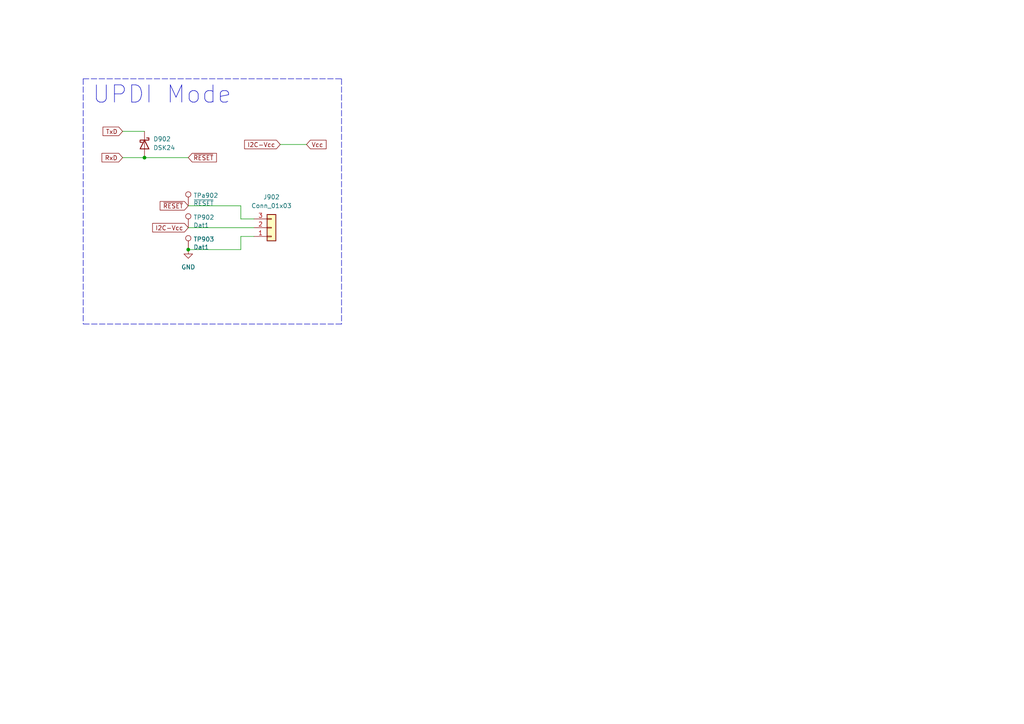
<source format=kicad_sch>
(kicad_sch (version 20211123) (generator eeschema)
  (paper "A4")
  (lib_symbols
    (symbol "Connector:TestPoint" (pin_numbers hide) (pin_names (offset 0.762) hide)
      (property "Reference" "TP" (at 0 6.858 0))
      (property "Value" "TestPoint" (at 0 5.08 0))
      (symbol "TestPoint_0_1"
        (circle (center 0 3.302) (radius 0.762))
      )
      (symbol "TestPoint_1_1"
        (pin passive line (at 0 0 90) (length 2.54) (name "1") (number "1"))
      )
    )
    (symbol "Connector_Generic:Conn_01x03" (pin_names (offset 1.016) hide)
      (property "Reference" "J" (at 0 5.08 0))
      (property "Value" "Conn_01x03" (at 0 -5.08 0))
      (symbol "Conn_01x03_1_1"
        (rectangle (start -1.27 -2.413) (end 0 -2.667) (stroke (width 0.1524)))
        (rectangle (start -1.27 0.127) (end 0 -0.127) (stroke (width 0.1524)))
        (rectangle (start -1.27 2.667) (end 0 2.413) (stroke (width 0.1524)))
        (rectangle (start -1.27 3.81) (end 1.27 -3.81) (stroke (width 0.254)) (fill (type background)))
        (pin passive line (at -5.08 2.54 0) (length 3.81) (name "Pin_1") (number "1"))
        (pin passive line (at -5.08 0 0) (length 3.81) (name "Pin_2") (number "2"))
        (pin passive line (at -5.08 -2.54 0) (length 3.81) (name "Pin_3") (number "3"))
      )
    )
    (symbol "Device:D_Schottky" (pin_numbers hide) (pin_names (offset 1.016) hide)
      (property "Reference" "D" (at 0 2.54 0))
      (property "Value" "D_Schottky" (at 0 -2.54 0))
      (symbol "D_Schottky_0_1"
        (polyline (pts (xy 1.27 0) (xy -1.27 0)))
        (polyline (pts (xy 1.27 1.27) (xy 1.27 -1.27) (xy -1.27 0) (xy 1.27 1.27)) (stroke (width 0.254)))
        (polyline (pts (xy -1.905 0.635) (xy -1.905 1.27) (xy -1.27 1.27) (xy -1.27 -1.27) (xy -0.635 -1.27) (xy -0.635 -0.635)) (stroke (width 0.254)))
      )
      (symbol "D_Schottky_1_1"
        (pin passive line (at -3.81 0 0) (length 2.54) (name "K") (number "1"))
        (pin passive line (at 3.81 0 180) (length 2.54) (name "A") (number "2"))
      )
    )
    (symbol "power:GND" (power) (pin_names (offset 0))
      (property "Value" "GND" (at 0 -3.81 0))
      (symbol "GND_0_1"
        (polyline (pts (xy 0 0) (xy 0 -1.27) (xy 1.27 -1.27) (xy 0 -2.54) (xy -1.27 -1.27) (xy 0 -1.27)))
      )
      (symbol "GND_1_1"
        (pin power_in line (at 0 0 270) (length 0) hide (name "GND") (number "1"))
      )
    )
  )
  (junction (at 41.91 45.72))
  (junction (at 54.61 72.39))
  (wire (pts (xy 35.56 45.72) (xy 41.91 45.72)))
  (wire (pts (xy 73.66 68.58) (xy 69.85 68.58)))
  (wire (pts (xy 69.85 72.39) (xy 54.61 72.39)))
  (wire (pts (xy 69.85 59.69) (xy 54.61 59.69)))
  (wire (pts (xy 54.61 66.04) (xy 73.66 66.04)))
  (polyline (pts (xy 99.06 93.98) (xy 24.13 93.98)))
  (wire (pts (xy 73.66 63.5) (xy 69.85 63.5)))
  (wire (pts (xy 35.56 38.1) (xy 41.91 38.1)))
  (wire (pts (xy 81.28 41.91) (xy 88.9 41.91)))
  (polyline (pts (xy 99.06 22.86) (xy 99.06 93.98)))
  (polyline (pts (xy 24.13 22.86) (xy 24.13 93.98)))
  (wire (pts (xy 69.85 68.58) (xy 69.85 72.39)))
  (polyline (pts (xy 24.13 22.86) (xy 99.06 22.86)))
  (wire (pts (xy 69.85 63.5) (xy 69.85 59.69)))
  (wire (pts (xy 54.61 45.72) (xy 41.91 45.72)))
  (text "UPDI Mode" (at 26.67 30.48 0) (effects (font (size 5 5)) (justify left bottom)))
  (global_label "I2C-Vcc" (shape input) (at 81.28 41.91 180) (property "Intersheet References" "${INTERSHEET_REFS}" (effects hide)))
  (global_label "~{RESET}" (shape input) (at 54.61 45.72 0) (property "Intersheet References" "${INTERSHEET_REFS}" (effects hide)))
  (global_label "TxD" (shape input) (at 35.56 38.1 180) (property "Intersheet References" "${INTERSHEET_REFS}" (effects hide)))
  (global_label "Vcc" (shape input) (at 88.9 41.91 0) (property "Intersheet References" "${INTERSHEET_REFS}" (effects hide)))
  (global_label "I2C-Vcc" (shape input) (at 54.61 66.04 180) (property "Intersheet References" "${INTERSHEET_REFS}" (effects hide)))
  (global_label "~{RESET}" (shape input) (at 54.61 59.69 180) (property "Intersheet References" "${INTERSHEET_REFS}" (effects hide)))
  (global_label "RxD" (shape input) (at 35.56 45.72 180) (property "Intersheet References" "${INTERSHEET_REFS}" (effects hide)))
  (symbol (lib_id "Connector:TestPoint") (at 54.61 66.04 0) (unit 1) (in_bom no) (on_board no)
    (property "Reference" "TP902" (at 56.0832 63.0428 0) (effects (justify left)))
    (property "Value" "Dat1" (at 56.0832 65.3542 0) (effects (justify left)))
    (property "Footprint" "tinker:TestPoint_THTPad_D1.0mm_Drill0.5mm" (effects hide))
  )
  (symbol (lib_id "Connector_Generic:Conn_01x03") (at 78.74 66.04 0) (mirror x) (unit 1)
    (property "Reference" "J902" (at 78.74 57.15 0))
    (property "Value" "Conn_01x03" (at 78.74 59.69 0))
    (property "Footprint" "tinker:PinHeader_1x03_P2.54mm_Horizontal" (effects hide))
  )
  (symbol (lib_id "Connector:TestPoint") (at 54.61 72.39 0) (unit 1) (in_bom no) (on_board no)
    (property "Reference" "TP903" (at 56.0832 69.3928 0) (effects (justify left)))
    (property "Value" "Dat1" (at 56.0832 71.7042 0) (effects (justify left)))
    (property "Footprint" "tinker:TestPoint_THTPad_D1.0mm_Drill0.5mm" (effects hide))
  )
  (symbol (lib_id "Device:D_Schottky") (at 41.91 41.91 270) (unit 1)
    (property "Reference" "D902" (at 44.45 40.3224 90) (effects (justify left)))
    (property "Value" "DSK24" (at 44.45 42.8624 90) (effects (justify left)))
    (property "Footprint" "Diode_SMD:D_SOD-123" (effects hide))
    (property "LCSC" "C908229" (effects hide))
  )
  (symbol (lib_id "Connector:TestPoint") (at 54.61 59.69 0) (unit 1) (in_bom no) (on_board no)
    (property "Reference" "TPa902" (at 56.0832 56.6928 0) (effects (justify left)))
    (property "Value" "~{RESET}" (at 56.0832 59.0042 0) (effects (justify left)))
    (property "Footprint" "tinker:TestPoint_THTPad_D1.0mm_Drill0.5mm" (effects hide))
  )
  (symbol (lib_id "power:GND") (at 54.61 72.39 0) (unit 1)
    (property "Reference" "#PWR0902" (effects hide))
    (property "Value" "GND" (at 54.61 77.47 0))
  )
)
</source>
